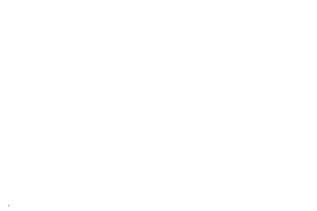
<source format=gbp>
G04 #@! TF.GenerationSoftware,KiCad,Pcbnew,(6.99.0-1801-gf14dc9e305)*
G04 #@! TF.CreationDate,2022-05-05T06:36:27+03:00*
G04 #@! TF.ProjectId,Blades,426c6164-6573-42e6-9b69-6361645f7063,rev?*
G04 #@! TF.SameCoordinates,Original*
G04 #@! TF.FileFunction,Paste,Bot*
G04 #@! TF.FilePolarity,Positive*
%FSLAX46Y46*%
G04 Gerber Fmt 4.6, Leading zero omitted, Abs format (unit mm)*
G04 Created by KiCad (PCBNEW (6.99.0-1801-gf14dc9e305)) date 2022-05-05 06:36:27*
%MOMM*%
%LPD*%
G01*
G04 APERTURE LIST*
%ADD10C,0.100000*%
G04 APERTURE END LIST*
D10*
X146450001Y-153650000D02*
G75*
G03*
X146450001Y-153650000I-1J0D01*
G01*
X171900001Y-136750000D02*
G75*
G03*
X171900001Y-136750000I-1J0D01*
G01*
M02*

</source>
